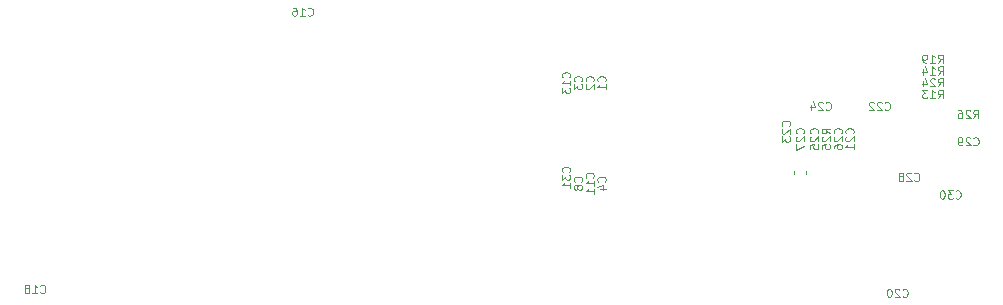
<source format=gbr>
G04 #@! TF.GenerationSoftware,KiCad,Pcbnew,5.0.2-bee76a0~70~ubuntu18.04.1*
G04 #@! TF.CreationDate,2020-11-03T11:03:39+00:00*
G04 #@! TF.ProjectId,picostation,7069636f-7374-4617-9469-6f6e2e6b6963,rev?*
G04 #@! TF.SameCoordinates,Original*
G04 #@! TF.FileFunction,Legend,Bot*
G04 #@! TF.FilePolarity,Positive*
%FSLAX46Y46*%
G04 Gerber Fmt 4.6, Leading zero omitted, Abs format (unit mm)*
G04 Created by KiCad (PCBNEW 5.0.2-bee76a0~70~ubuntu18.04.1) date Tue 03 Nov 2020 11:03:39 GMT*
%MOMM*%
%LPD*%
G01*
G04 APERTURE LIST*
%ADD10C,0.120000*%
G04 APERTURE END LIST*
D10*
G04 #@! TO.C,C27*
X244310000Y-95762779D02*
X244310000Y-95437221D01*
X243290000Y-95762779D02*
X243290000Y-95437221D01*
G04 #@! TO.C,C1*
X227250000Y-87883333D02*
X227283333Y-87850000D01*
X227316666Y-87750000D01*
X227316666Y-87683333D01*
X227283333Y-87583333D01*
X227216666Y-87516666D01*
X227150000Y-87483333D01*
X227016666Y-87450000D01*
X226916666Y-87450000D01*
X226783333Y-87483333D01*
X226716666Y-87516666D01*
X226650000Y-87583333D01*
X226616666Y-87683333D01*
X226616666Y-87750000D01*
X226650000Y-87850000D01*
X226683333Y-87883333D01*
X227316666Y-88550000D02*
X227316666Y-88150000D01*
X227316666Y-88350000D02*
X226616666Y-88350000D01*
X226716666Y-88283333D01*
X226783333Y-88216666D01*
X226816666Y-88150000D01*
G04 #@! TO.C,C2*
X226250000Y-87883333D02*
X226283333Y-87850000D01*
X226316666Y-87750000D01*
X226316666Y-87683333D01*
X226283333Y-87583333D01*
X226216666Y-87516666D01*
X226150000Y-87483333D01*
X226016666Y-87450000D01*
X225916666Y-87450000D01*
X225783333Y-87483333D01*
X225716666Y-87516666D01*
X225650000Y-87583333D01*
X225616666Y-87683333D01*
X225616666Y-87750000D01*
X225650000Y-87850000D01*
X225683333Y-87883333D01*
X225683333Y-88150000D02*
X225650000Y-88183333D01*
X225616666Y-88250000D01*
X225616666Y-88416666D01*
X225650000Y-88483333D01*
X225683333Y-88516666D01*
X225750000Y-88550000D01*
X225816666Y-88550000D01*
X225916666Y-88516666D01*
X226316666Y-88116666D01*
X226316666Y-88550000D01*
G04 #@! TO.C,C3*
X225250000Y-87883333D02*
X225283333Y-87850000D01*
X225316666Y-87750000D01*
X225316666Y-87683333D01*
X225283333Y-87583333D01*
X225216666Y-87516666D01*
X225150000Y-87483333D01*
X225016666Y-87450000D01*
X224916666Y-87450000D01*
X224783333Y-87483333D01*
X224716666Y-87516666D01*
X224650000Y-87583333D01*
X224616666Y-87683333D01*
X224616666Y-87750000D01*
X224650000Y-87850000D01*
X224683333Y-87883333D01*
X224616666Y-88116666D02*
X224616666Y-88550000D01*
X224883333Y-88316666D01*
X224883333Y-88416666D01*
X224916666Y-88483333D01*
X224950000Y-88516666D01*
X225016666Y-88550000D01*
X225183333Y-88550000D01*
X225250000Y-88516666D01*
X225283333Y-88483333D01*
X225316666Y-88416666D01*
X225316666Y-88216666D01*
X225283333Y-88150000D01*
X225250000Y-88116666D01*
G04 #@! TO.C,C4*
X227250000Y-96383333D02*
X227283333Y-96350000D01*
X227316666Y-96250000D01*
X227316666Y-96183333D01*
X227283333Y-96083333D01*
X227216666Y-96016666D01*
X227150000Y-95983333D01*
X227016666Y-95950000D01*
X226916666Y-95950000D01*
X226783333Y-95983333D01*
X226716666Y-96016666D01*
X226650000Y-96083333D01*
X226616666Y-96183333D01*
X226616666Y-96250000D01*
X226650000Y-96350000D01*
X226683333Y-96383333D01*
X226850000Y-96983333D02*
X227316666Y-96983333D01*
X226583333Y-96816666D02*
X227083333Y-96650000D01*
X227083333Y-97083333D01*
G04 #@! TO.C,C8*
X225250000Y-96383333D02*
X225283333Y-96350000D01*
X225316666Y-96250000D01*
X225316666Y-96183333D01*
X225283333Y-96083333D01*
X225216666Y-96016666D01*
X225150000Y-95983333D01*
X225016666Y-95950000D01*
X224916666Y-95950000D01*
X224783333Y-95983333D01*
X224716666Y-96016666D01*
X224650000Y-96083333D01*
X224616666Y-96183333D01*
X224616666Y-96250000D01*
X224650000Y-96350000D01*
X224683333Y-96383333D01*
X224916666Y-96783333D02*
X224883333Y-96716666D01*
X224850000Y-96683333D01*
X224783333Y-96650000D01*
X224750000Y-96650000D01*
X224683333Y-96683333D01*
X224650000Y-96716666D01*
X224616666Y-96783333D01*
X224616666Y-96916666D01*
X224650000Y-96983333D01*
X224683333Y-97016666D01*
X224750000Y-97050000D01*
X224783333Y-97050000D01*
X224850000Y-97016666D01*
X224883333Y-96983333D01*
X224916666Y-96916666D01*
X224916666Y-96783333D01*
X224950000Y-96716666D01*
X224983333Y-96683333D01*
X225050000Y-96650000D01*
X225183333Y-96650000D01*
X225250000Y-96683333D01*
X225283333Y-96716666D01*
X225316666Y-96783333D01*
X225316666Y-96916666D01*
X225283333Y-96983333D01*
X225250000Y-97016666D01*
X225183333Y-97050000D01*
X225050000Y-97050000D01*
X224983333Y-97016666D01*
X224950000Y-96983333D01*
X224916666Y-96916666D01*
G04 #@! TO.C,C11*
X226250000Y-96050000D02*
X226283333Y-96016666D01*
X226316666Y-95916666D01*
X226316666Y-95850000D01*
X226283333Y-95750000D01*
X226216666Y-95683333D01*
X226150000Y-95650000D01*
X226016666Y-95616666D01*
X225916666Y-95616666D01*
X225783333Y-95650000D01*
X225716666Y-95683333D01*
X225650000Y-95750000D01*
X225616666Y-95850000D01*
X225616666Y-95916666D01*
X225650000Y-96016666D01*
X225683333Y-96050000D01*
X226316666Y-96716666D02*
X226316666Y-96316666D01*
X226316666Y-96516666D02*
X225616666Y-96516666D01*
X225716666Y-96450000D01*
X225783333Y-96383333D01*
X225816666Y-96316666D01*
X226316666Y-97383333D02*
X226316666Y-96983333D01*
X226316666Y-97183333D02*
X225616666Y-97183333D01*
X225716666Y-97116666D01*
X225783333Y-97050000D01*
X225816666Y-96983333D01*
G04 #@! TO.C,C13*
X224250000Y-87550000D02*
X224283333Y-87516666D01*
X224316666Y-87416666D01*
X224316666Y-87350000D01*
X224283333Y-87250000D01*
X224216666Y-87183333D01*
X224150000Y-87150000D01*
X224016666Y-87116666D01*
X223916666Y-87116666D01*
X223783333Y-87150000D01*
X223716666Y-87183333D01*
X223650000Y-87250000D01*
X223616666Y-87350000D01*
X223616666Y-87416666D01*
X223650000Y-87516666D01*
X223683333Y-87550000D01*
X224316666Y-88216666D02*
X224316666Y-87816666D01*
X224316666Y-88016666D02*
X223616666Y-88016666D01*
X223716666Y-87950000D01*
X223783333Y-87883333D01*
X223816666Y-87816666D01*
X223616666Y-88450000D02*
X223616666Y-88883333D01*
X223883333Y-88650000D01*
X223883333Y-88750000D01*
X223916666Y-88816666D01*
X223950000Y-88850000D01*
X224016666Y-88883333D01*
X224183333Y-88883333D01*
X224250000Y-88850000D01*
X224283333Y-88816666D01*
X224316666Y-88750000D01*
X224316666Y-88550000D01*
X224283333Y-88483333D01*
X224250000Y-88450000D01*
G04 #@! TO.C,C16*
X202100000Y-82270000D02*
X202133333Y-82303333D01*
X202233333Y-82336666D01*
X202300000Y-82336666D01*
X202400000Y-82303333D01*
X202466666Y-82236666D01*
X202500000Y-82170000D01*
X202533333Y-82036666D01*
X202533333Y-81936666D01*
X202500000Y-81803333D01*
X202466666Y-81736666D01*
X202400000Y-81670000D01*
X202300000Y-81636666D01*
X202233333Y-81636666D01*
X202133333Y-81670000D01*
X202100000Y-81703333D01*
X201433333Y-82336666D02*
X201833333Y-82336666D01*
X201633333Y-82336666D02*
X201633333Y-81636666D01*
X201700000Y-81736666D01*
X201766666Y-81803333D01*
X201833333Y-81836666D01*
X200833333Y-81636666D02*
X200966666Y-81636666D01*
X201033333Y-81670000D01*
X201066666Y-81703333D01*
X201133333Y-81803333D01*
X201166666Y-81936666D01*
X201166666Y-82203333D01*
X201133333Y-82270000D01*
X201100000Y-82303333D01*
X201033333Y-82336666D01*
X200900000Y-82336666D01*
X200833333Y-82303333D01*
X200800000Y-82270000D01*
X200766666Y-82203333D01*
X200766666Y-82036666D01*
X200800000Y-81970000D01*
X200833333Y-81936666D01*
X200900000Y-81903333D01*
X201033333Y-81903333D01*
X201100000Y-81936666D01*
X201133333Y-81970000D01*
X201166666Y-82036666D01*
G04 #@! TO.C,C18*
X179450000Y-105750000D02*
X179483333Y-105783333D01*
X179583333Y-105816666D01*
X179650000Y-105816666D01*
X179750000Y-105783333D01*
X179816666Y-105716666D01*
X179850000Y-105650000D01*
X179883333Y-105516666D01*
X179883333Y-105416666D01*
X179850000Y-105283333D01*
X179816666Y-105216666D01*
X179750000Y-105150000D01*
X179650000Y-105116666D01*
X179583333Y-105116666D01*
X179483333Y-105150000D01*
X179450000Y-105183333D01*
X178783333Y-105816666D02*
X179183333Y-105816666D01*
X178983333Y-105816666D02*
X178983333Y-105116666D01*
X179050000Y-105216666D01*
X179116666Y-105283333D01*
X179183333Y-105316666D01*
X178383333Y-105416666D02*
X178450000Y-105383333D01*
X178483333Y-105350000D01*
X178516666Y-105283333D01*
X178516666Y-105250000D01*
X178483333Y-105183333D01*
X178450000Y-105150000D01*
X178383333Y-105116666D01*
X178250000Y-105116666D01*
X178183333Y-105150000D01*
X178150000Y-105183333D01*
X178116666Y-105250000D01*
X178116666Y-105283333D01*
X178150000Y-105350000D01*
X178183333Y-105383333D01*
X178250000Y-105416666D01*
X178383333Y-105416666D01*
X178450000Y-105450000D01*
X178483333Y-105483333D01*
X178516666Y-105550000D01*
X178516666Y-105683333D01*
X178483333Y-105750000D01*
X178450000Y-105783333D01*
X178383333Y-105816666D01*
X178250000Y-105816666D01*
X178183333Y-105783333D01*
X178150000Y-105750000D01*
X178116666Y-105683333D01*
X178116666Y-105550000D01*
X178150000Y-105483333D01*
X178183333Y-105450000D01*
X178250000Y-105416666D01*
G04 #@! TO.C,C20*
X252450000Y-106080000D02*
X252483333Y-106113333D01*
X252583333Y-106146666D01*
X252650000Y-106146666D01*
X252750000Y-106113333D01*
X252816666Y-106046666D01*
X252850000Y-105980000D01*
X252883333Y-105846666D01*
X252883333Y-105746666D01*
X252850000Y-105613333D01*
X252816666Y-105546666D01*
X252750000Y-105480000D01*
X252650000Y-105446666D01*
X252583333Y-105446666D01*
X252483333Y-105480000D01*
X252450000Y-105513333D01*
X252183333Y-105513333D02*
X252150000Y-105480000D01*
X252083333Y-105446666D01*
X251916666Y-105446666D01*
X251850000Y-105480000D01*
X251816666Y-105513333D01*
X251783333Y-105580000D01*
X251783333Y-105646666D01*
X251816666Y-105746666D01*
X252216666Y-106146666D01*
X251783333Y-106146666D01*
X251350000Y-105446666D02*
X251283333Y-105446666D01*
X251216666Y-105480000D01*
X251183333Y-105513333D01*
X251150000Y-105580000D01*
X251116666Y-105713333D01*
X251116666Y-105880000D01*
X251150000Y-106013333D01*
X251183333Y-106080000D01*
X251216666Y-106113333D01*
X251283333Y-106146666D01*
X251350000Y-106146666D01*
X251416666Y-106113333D01*
X251450000Y-106080000D01*
X251483333Y-106013333D01*
X251516666Y-105880000D01*
X251516666Y-105713333D01*
X251483333Y-105580000D01*
X251450000Y-105513333D01*
X251416666Y-105480000D01*
X251350000Y-105446666D01*
G04 #@! TO.C,C21*
X248250000Y-92300000D02*
X248283333Y-92266666D01*
X248316666Y-92166666D01*
X248316666Y-92100000D01*
X248283333Y-92000000D01*
X248216666Y-91933333D01*
X248150000Y-91900000D01*
X248016666Y-91866666D01*
X247916666Y-91866666D01*
X247783333Y-91900000D01*
X247716666Y-91933333D01*
X247650000Y-92000000D01*
X247616666Y-92100000D01*
X247616666Y-92166666D01*
X247650000Y-92266666D01*
X247683333Y-92300000D01*
X247683333Y-92566666D02*
X247650000Y-92600000D01*
X247616666Y-92666666D01*
X247616666Y-92833333D01*
X247650000Y-92900000D01*
X247683333Y-92933333D01*
X247750000Y-92966666D01*
X247816666Y-92966666D01*
X247916666Y-92933333D01*
X248316666Y-92533333D01*
X248316666Y-92966666D01*
X248316666Y-93633333D02*
X248316666Y-93233333D01*
X248316666Y-93433333D02*
X247616666Y-93433333D01*
X247716666Y-93366666D01*
X247783333Y-93300000D01*
X247816666Y-93233333D01*
G04 #@! TO.C,C22*
X250950000Y-90250000D02*
X250983333Y-90283333D01*
X251083333Y-90316666D01*
X251150000Y-90316666D01*
X251250000Y-90283333D01*
X251316666Y-90216666D01*
X251350000Y-90150000D01*
X251383333Y-90016666D01*
X251383333Y-89916666D01*
X251350000Y-89783333D01*
X251316666Y-89716666D01*
X251250000Y-89650000D01*
X251150000Y-89616666D01*
X251083333Y-89616666D01*
X250983333Y-89650000D01*
X250950000Y-89683333D01*
X250683333Y-89683333D02*
X250650000Y-89650000D01*
X250583333Y-89616666D01*
X250416666Y-89616666D01*
X250350000Y-89650000D01*
X250316666Y-89683333D01*
X250283333Y-89750000D01*
X250283333Y-89816666D01*
X250316666Y-89916666D01*
X250716666Y-90316666D01*
X250283333Y-90316666D01*
X250016666Y-89683333D02*
X249983333Y-89650000D01*
X249916666Y-89616666D01*
X249750000Y-89616666D01*
X249683333Y-89650000D01*
X249650000Y-89683333D01*
X249616666Y-89750000D01*
X249616666Y-89816666D01*
X249650000Y-89916666D01*
X250050000Y-90316666D01*
X249616666Y-90316666D01*
G04 #@! TO.C,C23*
X242850000Y-91650000D02*
X242883333Y-91616666D01*
X242916666Y-91516666D01*
X242916666Y-91450000D01*
X242883333Y-91350000D01*
X242816666Y-91283333D01*
X242750000Y-91250000D01*
X242616666Y-91216666D01*
X242516666Y-91216666D01*
X242383333Y-91250000D01*
X242316666Y-91283333D01*
X242250000Y-91350000D01*
X242216666Y-91450000D01*
X242216666Y-91516666D01*
X242250000Y-91616666D01*
X242283333Y-91650000D01*
X242283333Y-91916666D02*
X242250000Y-91950000D01*
X242216666Y-92016666D01*
X242216666Y-92183333D01*
X242250000Y-92250000D01*
X242283333Y-92283333D01*
X242350000Y-92316666D01*
X242416666Y-92316666D01*
X242516666Y-92283333D01*
X242916666Y-91883333D01*
X242916666Y-92316666D01*
X242216666Y-92550000D02*
X242216666Y-92983333D01*
X242483333Y-92750000D01*
X242483333Y-92850000D01*
X242516666Y-92916666D01*
X242550000Y-92950000D01*
X242616666Y-92983333D01*
X242783333Y-92983333D01*
X242850000Y-92950000D01*
X242883333Y-92916666D01*
X242916666Y-92850000D01*
X242916666Y-92650000D01*
X242883333Y-92583333D01*
X242850000Y-92550000D01*
G04 #@! TO.C,C24*
X245950000Y-90250000D02*
X245983333Y-90283333D01*
X246083333Y-90316666D01*
X246150000Y-90316666D01*
X246250000Y-90283333D01*
X246316666Y-90216666D01*
X246350000Y-90150000D01*
X246383333Y-90016666D01*
X246383333Y-89916666D01*
X246350000Y-89783333D01*
X246316666Y-89716666D01*
X246250000Y-89650000D01*
X246150000Y-89616666D01*
X246083333Y-89616666D01*
X245983333Y-89650000D01*
X245950000Y-89683333D01*
X245683333Y-89683333D02*
X245650000Y-89650000D01*
X245583333Y-89616666D01*
X245416666Y-89616666D01*
X245350000Y-89650000D01*
X245316666Y-89683333D01*
X245283333Y-89750000D01*
X245283333Y-89816666D01*
X245316666Y-89916666D01*
X245716666Y-90316666D01*
X245283333Y-90316666D01*
X244683333Y-89850000D02*
X244683333Y-90316666D01*
X244850000Y-89583333D02*
X245016666Y-90083333D01*
X244583333Y-90083333D01*
G04 #@! TO.C,C25*
X245250000Y-92300000D02*
X245283333Y-92266666D01*
X245316666Y-92166666D01*
X245316666Y-92100000D01*
X245283333Y-92000000D01*
X245216666Y-91933333D01*
X245150000Y-91900000D01*
X245016666Y-91866666D01*
X244916666Y-91866666D01*
X244783333Y-91900000D01*
X244716666Y-91933333D01*
X244650000Y-92000000D01*
X244616666Y-92100000D01*
X244616666Y-92166666D01*
X244650000Y-92266666D01*
X244683333Y-92300000D01*
X244683333Y-92566666D02*
X244650000Y-92600000D01*
X244616666Y-92666666D01*
X244616666Y-92833333D01*
X244650000Y-92900000D01*
X244683333Y-92933333D01*
X244750000Y-92966666D01*
X244816666Y-92966666D01*
X244916666Y-92933333D01*
X245316666Y-92533333D01*
X245316666Y-92966666D01*
X244616666Y-93600000D02*
X244616666Y-93266666D01*
X244950000Y-93233333D01*
X244916666Y-93266666D01*
X244883333Y-93333333D01*
X244883333Y-93500000D01*
X244916666Y-93566666D01*
X244950000Y-93600000D01*
X245016666Y-93633333D01*
X245183333Y-93633333D01*
X245250000Y-93600000D01*
X245283333Y-93566666D01*
X245316666Y-93500000D01*
X245316666Y-93333333D01*
X245283333Y-93266666D01*
X245250000Y-93233333D01*
G04 #@! TO.C,C26*
X247250000Y-92300000D02*
X247283333Y-92266666D01*
X247316666Y-92166666D01*
X247316666Y-92100000D01*
X247283333Y-92000000D01*
X247216666Y-91933333D01*
X247150000Y-91900000D01*
X247016666Y-91866666D01*
X246916666Y-91866666D01*
X246783333Y-91900000D01*
X246716666Y-91933333D01*
X246650000Y-92000000D01*
X246616666Y-92100000D01*
X246616666Y-92166666D01*
X246650000Y-92266666D01*
X246683333Y-92300000D01*
X246683333Y-92566666D02*
X246650000Y-92600000D01*
X246616666Y-92666666D01*
X246616666Y-92833333D01*
X246650000Y-92900000D01*
X246683333Y-92933333D01*
X246750000Y-92966666D01*
X246816666Y-92966666D01*
X246916666Y-92933333D01*
X247316666Y-92533333D01*
X247316666Y-92966666D01*
X246616666Y-93566666D02*
X246616666Y-93433333D01*
X246650000Y-93366666D01*
X246683333Y-93333333D01*
X246783333Y-93266666D01*
X246916666Y-93233333D01*
X247183333Y-93233333D01*
X247250000Y-93266666D01*
X247283333Y-93300000D01*
X247316666Y-93366666D01*
X247316666Y-93500000D01*
X247283333Y-93566666D01*
X247250000Y-93600000D01*
X247183333Y-93633333D01*
X247016666Y-93633333D01*
X246950000Y-93600000D01*
X246916666Y-93566666D01*
X246883333Y-93500000D01*
X246883333Y-93366666D01*
X246916666Y-93300000D01*
X246950000Y-93266666D01*
X247016666Y-93233333D01*
G04 #@! TO.C,C28*
X253450000Y-96250000D02*
X253483333Y-96283333D01*
X253583333Y-96316666D01*
X253650000Y-96316666D01*
X253750000Y-96283333D01*
X253816666Y-96216666D01*
X253850000Y-96150000D01*
X253883333Y-96016666D01*
X253883333Y-95916666D01*
X253850000Y-95783333D01*
X253816666Y-95716666D01*
X253750000Y-95650000D01*
X253650000Y-95616666D01*
X253583333Y-95616666D01*
X253483333Y-95650000D01*
X253450000Y-95683333D01*
X253183333Y-95683333D02*
X253150000Y-95650000D01*
X253083333Y-95616666D01*
X252916666Y-95616666D01*
X252850000Y-95650000D01*
X252816666Y-95683333D01*
X252783333Y-95750000D01*
X252783333Y-95816666D01*
X252816666Y-95916666D01*
X253216666Y-96316666D01*
X252783333Y-96316666D01*
X252383333Y-95916666D02*
X252450000Y-95883333D01*
X252483333Y-95850000D01*
X252516666Y-95783333D01*
X252516666Y-95750000D01*
X252483333Y-95683333D01*
X252450000Y-95650000D01*
X252383333Y-95616666D01*
X252250000Y-95616666D01*
X252183333Y-95650000D01*
X252150000Y-95683333D01*
X252116666Y-95750000D01*
X252116666Y-95783333D01*
X252150000Y-95850000D01*
X252183333Y-95883333D01*
X252250000Y-95916666D01*
X252383333Y-95916666D01*
X252450000Y-95950000D01*
X252483333Y-95983333D01*
X252516666Y-96050000D01*
X252516666Y-96183333D01*
X252483333Y-96250000D01*
X252450000Y-96283333D01*
X252383333Y-96316666D01*
X252250000Y-96316666D01*
X252183333Y-96283333D01*
X252150000Y-96250000D01*
X252116666Y-96183333D01*
X252116666Y-96050000D01*
X252150000Y-95983333D01*
X252183333Y-95950000D01*
X252250000Y-95916666D01*
G04 #@! TO.C,C29*
X258450000Y-93250000D02*
X258483333Y-93283333D01*
X258583333Y-93316666D01*
X258650000Y-93316666D01*
X258750000Y-93283333D01*
X258816666Y-93216666D01*
X258850000Y-93150000D01*
X258883333Y-93016666D01*
X258883333Y-92916666D01*
X258850000Y-92783333D01*
X258816666Y-92716666D01*
X258750000Y-92650000D01*
X258650000Y-92616666D01*
X258583333Y-92616666D01*
X258483333Y-92650000D01*
X258450000Y-92683333D01*
X258183333Y-92683333D02*
X258150000Y-92650000D01*
X258083333Y-92616666D01*
X257916666Y-92616666D01*
X257850000Y-92650000D01*
X257816666Y-92683333D01*
X257783333Y-92750000D01*
X257783333Y-92816666D01*
X257816666Y-92916666D01*
X258216666Y-93316666D01*
X257783333Y-93316666D01*
X257450000Y-93316666D02*
X257316666Y-93316666D01*
X257250000Y-93283333D01*
X257216666Y-93250000D01*
X257150000Y-93150000D01*
X257116666Y-93016666D01*
X257116666Y-92750000D01*
X257150000Y-92683333D01*
X257183333Y-92650000D01*
X257250000Y-92616666D01*
X257383333Y-92616666D01*
X257450000Y-92650000D01*
X257483333Y-92683333D01*
X257516666Y-92750000D01*
X257516666Y-92916666D01*
X257483333Y-92983333D01*
X257450000Y-93016666D01*
X257383333Y-93050000D01*
X257250000Y-93050000D01*
X257183333Y-93016666D01*
X257150000Y-92983333D01*
X257116666Y-92916666D01*
G04 #@! TO.C,C30*
X256950000Y-97750000D02*
X256983333Y-97783333D01*
X257083333Y-97816666D01*
X257150000Y-97816666D01*
X257250000Y-97783333D01*
X257316666Y-97716666D01*
X257350000Y-97650000D01*
X257383333Y-97516666D01*
X257383333Y-97416666D01*
X257350000Y-97283333D01*
X257316666Y-97216666D01*
X257250000Y-97150000D01*
X257150000Y-97116666D01*
X257083333Y-97116666D01*
X256983333Y-97150000D01*
X256950000Y-97183333D01*
X256716666Y-97116666D02*
X256283333Y-97116666D01*
X256516666Y-97383333D01*
X256416666Y-97383333D01*
X256350000Y-97416666D01*
X256316666Y-97450000D01*
X256283333Y-97516666D01*
X256283333Y-97683333D01*
X256316666Y-97750000D01*
X256350000Y-97783333D01*
X256416666Y-97816666D01*
X256616666Y-97816666D01*
X256683333Y-97783333D01*
X256716666Y-97750000D01*
X255850000Y-97116666D02*
X255783333Y-97116666D01*
X255716666Y-97150000D01*
X255683333Y-97183333D01*
X255650000Y-97250000D01*
X255616666Y-97383333D01*
X255616666Y-97550000D01*
X255650000Y-97683333D01*
X255683333Y-97750000D01*
X255716666Y-97783333D01*
X255783333Y-97816666D01*
X255850000Y-97816666D01*
X255916666Y-97783333D01*
X255950000Y-97750000D01*
X255983333Y-97683333D01*
X256016666Y-97550000D01*
X256016666Y-97383333D01*
X255983333Y-97250000D01*
X255950000Y-97183333D01*
X255916666Y-97150000D01*
X255850000Y-97116666D01*
G04 #@! TO.C,R13*
X255450000Y-89316666D02*
X255683333Y-88983333D01*
X255850000Y-89316666D02*
X255850000Y-88616666D01*
X255583333Y-88616666D01*
X255516666Y-88650000D01*
X255483333Y-88683333D01*
X255450000Y-88750000D01*
X255450000Y-88850000D01*
X255483333Y-88916666D01*
X255516666Y-88950000D01*
X255583333Y-88983333D01*
X255850000Y-88983333D01*
X254783333Y-89316666D02*
X255183333Y-89316666D01*
X254983333Y-89316666D02*
X254983333Y-88616666D01*
X255050000Y-88716666D01*
X255116666Y-88783333D01*
X255183333Y-88816666D01*
X254550000Y-88616666D02*
X254116666Y-88616666D01*
X254350000Y-88883333D01*
X254250000Y-88883333D01*
X254183333Y-88916666D01*
X254150000Y-88950000D01*
X254116666Y-89016666D01*
X254116666Y-89183333D01*
X254150000Y-89250000D01*
X254183333Y-89283333D01*
X254250000Y-89316666D01*
X254450000Y-89316666D01*
X254516666Y-89283333D01*
X254550000Y-89250000D01*
G04 #@! TO.C,R14*
X255450000Y-87316666D02*
X255683333Y-86983333D01*
X255850000Y-87316666D02*
X255850000Y-86616666D01*
X255583333Y-86616666D01*
X255516666Y-86650000D01*
X255483333Y-86683333D01*
X255450000Y-86750000D01*
X255450000Y-86850000D01*
X255483333Y-86916666D01*
X255516666Y-86950000D01*
X255583333Y-86983333D01*
X255850000Y-86983333D01*
X254783333Y-87316666D02*
X255183333Y-87316666D01*
X254983333Y-87316666D02*
X254983333Y-86616666D01*
X255050000Y-86716666D01*
X255116666Y-86783333D01*
X255183333Y-86816666D01*
X254183333Y-86850000D02*
X254183333Y-87316666D01*
X254350000Y-86583333D02*
X254516666Y-87083333D01*
X254083333Y-87083333D01*
G04 #@! TO.C,R19*
X255450000Y-86316666D02*
X255683333Y-85983333D01*
X255850000Y-86316666D02*
X255850000Y-85616666D01*
X255583333Y-85616666D01*
X255516666Y-85650000D01*
X255483333Y-85683333D01*
X255450000Y-85750000D01*
X255450000Y-85850000D01*
X255483333Y-85916666D01*
X255516666Y-85950000D01*
X255583333Y-85983333D01*
X255850000Y-85983333D01*
X254783333Y-86316666D02*
X255183333Y-86316666D01*
X254983333Y-86316666D02*
X254983333Y-85616666D01*
X255050000Y-85716666D01*
X255116666Y-85783333D01*
X255183333Y-85816666D01*
X254450000Y-86316666D02*
X254316666Y-86316666D01*
X254250000Y-86283333D01*
X254216666Y-86250000D01*
X254150000Y-86150000D01*
X254116666Y-86016666D01*
X254116666Y-85750000D01*
X254150000Y-85683333D01*
X254183333Y-85650000D01*
X254250000Y-85616666D01*
X254383333Y-85616666D01*
X254450000Y-85650000D01*
X254483333Y-85683333D01*
X254516666Y-85750000D01*
X254516666Y-85916666D01*
X254483333Y-85983333D01*
X254450000Y-86016666D01*
X254383333Y-86050000D01*
X254250000Y-86050000D01*
X254183333Y-86016666D01*
X254150000Y-85983333D01*
X254116666Y-85916666D01*
G04 #@! TO.C,R24*
X255450000Y-88316666D02*
X255683333Y-87983333D01*
X255850000Y-88316666D02*
X255850000Y-87616666D01*
X255583333Y-87616666D01*
X255516666Y-87650000D01*
X255483333Y-87683333D01*
X255450000Y-87750000D01*
X255450000Y-87850000D01*
X255483333Y-87916666D01*
X255516666Y-87950000D01*
X255583333Y-87983333D01*
X255850000Y-87983333D01*
X255183333Y-87683333D02*
X255150000Y-87650000D01*
X255083333Y-87616666D01*
X254916666Y-87616666D01*
X254850000Y-87650000D01*
X254816666Y-87683333D01*
X254783333Y-87750000D01*
X254783333Y-87816666D01*
X254816666Y-87916666D01*
X255216666Y-88316666D01*
X254783333Y-88316666D01*
X254183333Y-87850000D02*
X254183333Y-88316666D01*
X254350000Y-87583333D02*
X254516666Y-88083333D01*
X254083333Y-88083333D01*
G04 #@! TO.C,R25*
X246316666Y-92300000D02*
X245983333Y-92066666D01*
X246316666Y-91900000D02*
X245616666Y-91900000D01*
X245616666Y-92166666D01*
X245650000Y-92233333D01*
X245683333Y-92266666D01*
X245750000Y-92300000D01*
X245850000Y-92300000D01*
X245916666Y-92266666D01*
X245950000Y-92233333D01*
X245983333Y-92166666D01*
X245983333Y-91900000D01*
X245683333Y-92566666D02*
X245650000Y-92600000D01*
X245616666Y-92666666D01*
X245616666Y-92833333D01*
X245650000Y-92900000D01*
X245683333Y-92933333D01*
X245750000Y-92966666D01*
X245816666Y-92966666D01*
X245916666Y-92933333D01*
X246316666Y-92533333D01*
X246316666Y-92966666D01*
X245616666Y-93600000D02*
X245616666Y-93266666D01*
X245950000Y-93233333D01*
X245916666Y-93266666D01*
X245883333Y-93333333D01*
X245883333Y-93500000D01*
X245916666Y-93566666D01*
X245950000Y-93600000D01*
X246016666Y-93633333D01*
X246183333Y-93633333D01*
X246250000Y-93600000D01*
X246283333Y-93566666D01*
X246316666Y-93500000D01*
X246316666Y-93333333D01*
X246283333Y-93266666D01*
X246250000Y-93233333D01*
G04 #@! TO.C,R26*
X258450000Y-91016666D02*
X258683333Y-90683333D01*
X258850000Y-91016666D02*
X258850000Y-90316666D01*
X258583333Y-90316666D01*
X258516666Y-90350000D01*
X258483333Y-90383333D01*
X258450000Y-90450000D01*
X258450000Y-90550000D01*
X258483333Y-90616666D01*
X258516666Y-90650000D01*
X258583333Y-90683333D01*
X258850000Y-90683333D01*
X258183333Y-90383333D02*
X258150000Y-90350000D01*
X258083333Y-90316666D01*
X257916666Y-90316666D01*
X257850000Y-90350000D01*
X257816666Y-90383333D01*
X257783333Y-90450000D01*
X257783333Y-90516666D01*
X257816666Y-90616666D01*
X258216666Y-91016666D01*
X257783333Y-91016666D01*
X257183333Y-90316666D02*
X257316666Y-90316666D01*
X257383333Y-90350000D01*
X257416666Y-90383333D01*
X257483333Y-90483333D01*
X257516666Y-90616666D01*
X257516666Y-90883333D01*
X257483333Y-90950000D01*
X257450000Y-90983333D01*
X257383333Y-91016666D01*
X257250000Y-91016666D01*
X257183333Y-90983333D01*
X257150000Y-90950000D01*
X257116666Y-90883333D01*
X257116666Y-90716666D01*
X257150000Y-90650000D01*
X257183333Y-90616666D01*
X257250000Y-90583333D01*
X257383333Y-90583333D01*
X257450000Y-90616666D01*
X257483333Y-90650000D01*
X257516666Y-90716666D01*
G04 #@! TO.C,C31*
X224250000Y-95550000D02*
X224283333Y-95516666D01*
X224316666Y-95416666D01*
X224316666Y-95350000D01*
X224283333Y-95250000D01*
X224216666Y-95183333D01*
X224150000Y-95150000D01*
X224016666Y-95116666D01*
X223916666Y-95116666D01*
X223783333Y-95150000D01*
X223716666Y-95183333D01*
X223650000Y-95250000D01*
X223616666Y-95350000D01*
X223616666Y-95416666D01*
X223650000Y-95516666D01*
X223683333Y-95550000D01*
X223616666Y-95783333D02*
X223616666Y-96216666D01*
X223883333Y-95983333D01*
X223883333Y-96083333D01*
X223916666Y-96150000D01*
X223950000Y-96183333D01*
X224016666Y-96216666D01*
X224183333Y-96216666D01*
X224250000Y-96183333D01*
X224283333Y-96150000D01*
X224316666Y-96083333D01*
X224316666Y-95883333D01*
X224283333Y-95816666D01*
X224250000Y-95783333D01*
X224316666Y-96883333D02*
X224316666Y-96483333D01*
X224316666Y-96683333D02*
X223616666Y-96683333D01*
X223716666Y-96616666D01*
X223783333Y-96550000D01*
X223816666Y-96483333D01*
G04 #@! TO.C,C27*
X244050000Y-92300000D02*
X244083333Y-92266666D01*
X244116666Y-92166666D01*
X244116666Y-92100000D01*
X244083333Y-92000000D01*
X244016666Y-91933333D01*
X243950000Y-91900000D01*
X243816666Y-91866666D01*
X243716666Y-91866666D01*
X243583333Y-91900000D01*
X243516666Y-91933333D01*
X243450000Y-92000000D01*
X243416666Y-92100000D01*
X243416666Y-92166666D01*
X243450000Y-92266666D01*
X243483333Y-92300000D01*
X243483333Y-92566666D02*
X243450000Y-92600000D01*
X243416666Y-92666666D01*
X243416666Y-92833333D01*
X243450000Y-92900000D01*
X243483333Y-92933333D01*
X243550000Y-92966666D01*
X243616666Y-92966666D01*
X243716666Y-92933333D01*
X244116666Y-92533333D01*
X244116666Y-92966666D01*
X243416666Y-93200000D02*
X243416666Y-93666666D01*
X244116666Y-93366666D01*
G04 #@! TD*
M02*

</source>
